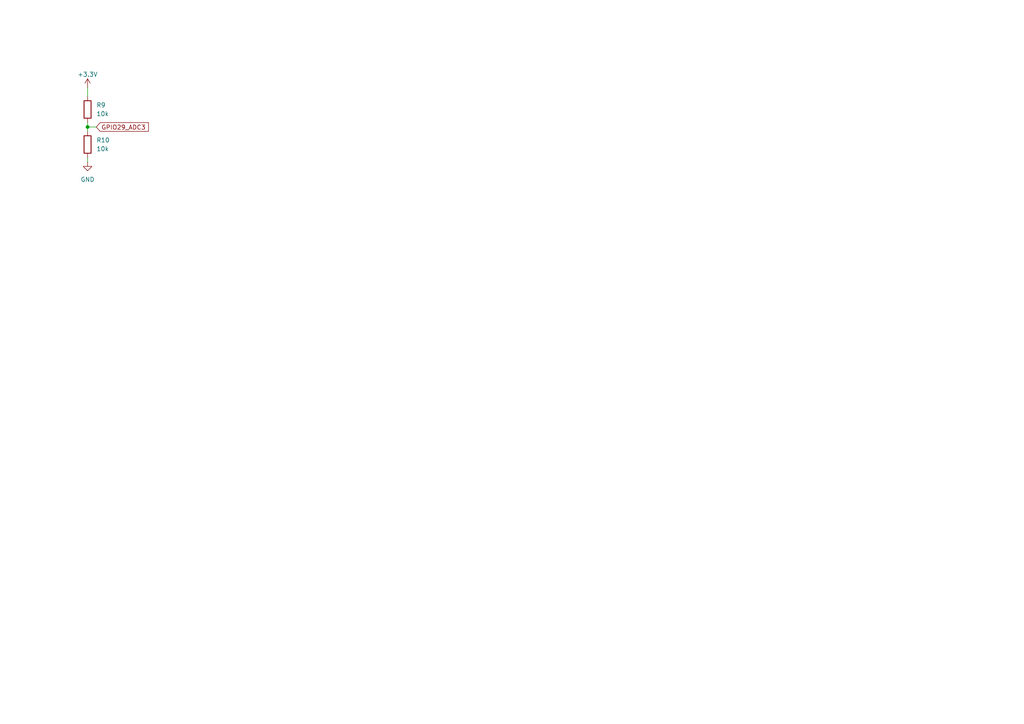
<source format=kicad_sch>
(kicad_sch (version 20231120) (generator "eeschema") (generator_version "8.0")
  (paper "A4")
  (lib_symbols
    (symbol "Device:R" (pin_numbers hide) (pin_names (offset 0))
      (property "Reference" "R" (at 2.032 0 90))
      (property "Value" "R" (at 0 0 90))
      (symbol "R_0_1"
        (rectangle (start -1.016 -2.54) (end 1.016 2.54) (stroke (width 0.254)))
      )
      (symbol "R_1_1"
        (pin passive line (at 0 3.81 270) (length 1.27) (name "~") (number "1"))
        (pin passive line (at 0 -3.81 90) (length 1.27) (name "~") (number "2"))
      )
    )
    (symbol "power:+3.3V" (power) (pin_names (offset 0))
      (property "Value" "+3.3V" (at 0 3.556 0))
      (symbol "+3.3V_0_1"
        (polyline (pts (xy -0.762 1.27) (xy 0 2.54)))
        (polyline (pts (xy 0 0) (xy 0 2.54)))
        (polyline (pts (xy 0 2.54) (xy 0.762 1.27)))
      )
      (symbol "+3.3V_1_1"
        (pin power_in line (at 0 0 90) (length 0) hide (name "+3.3V") (number "1"))
      )
    )
    (symbol "power:GND" (power) (pin_names (offset 0))
      (property "Value" "GND" (at 0 -3.81 0))
      (symbol "GND_0_1"
        (polyline (pts (xy 0 0) (xy 0 -1.27) (xy 1.27 -1.27) (xy 0 -2.54) (xy -1.27 -1.27) (xy 0 -1.27)))
      )
      (symbol "GND_1_1"
        (pin power_in line (at 0 0 270) (length 0) hide (name "GND") (number "1"))
      )
    )
  )
  (junction (at 25.4 36.83))
  (wire (pts (xy 25.4 36.83) (xy 27.94 36.83)))
  (wire (pts (xy 25.4 35.56) (xy 25.4 36.83)))
  (wire (pts (xy 25.4 36.83) (xy 25.4 38.1)))
  (wire (pts (xy 25.4 45.72) (xy 25.4 46.99)))
  (wire (pts (xy 25.4 25.4) (xy 25.4 27.94)))
  (global_label "GPIO29_ADC3" (shape input) (at 27.94 36.83 0) (property "Intersheetrefs" "${INTERSHEET_REFS}" (effects (hide yes))))
  (symbol (lib_id "power:+3.3V") (at 25.4 25.4 0) (unit 1)
    (property "Reference" "#PWR028" (effects (hide yes)))
    (property "Value" "+3.3V" (at 25.4 21.59 0))
  )
  (symbol (lib_id "power:GND") (at 25.4 46.99 0) (unit 1)
    (property "Reference" "#PWR029" (effects (hide yes)))
    (property "Value" "GND" (at 25.4 52.07 0))
  )
  (symbol (lib_id "Device:R") (at 25.4 31.75 0) (unit 1)
    (property "Reference" "R9" (at 27.94 30.48 0) (effects (justify left)))
    (property "Value" "10k" (at 27.94 33.02 0) (effects (justify left)))
    (property "Footprint" "Capacitor_SMD:C_0603_1608Metric_Pad1.08x0.95mm_HandSolder" (effects (hide yes)))
  )
  (symbol (lib_id "Device:R") (at 25.4 41.91 0) (unit 1)
    (property "Reference" "R10" (at 27.94 40.64 0) (effects (justify left)))
    (property "Value" "10k" (at 27.94 43.18 0) (effects (justify left)))
    (property "Footprint" "Capacitor_SMD:C_0603_1608Metric_Pad1.08x0.95mm_HandSolder" (effects (hide yes)))
  )
)
</source>
